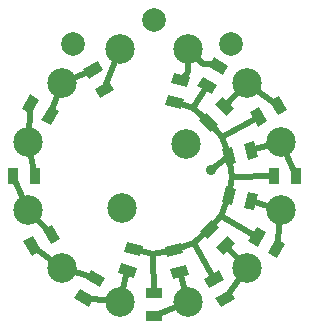
<source format=gbl>
%FSLAX46Y46*%
G04 Gerber Fmt 4.6, Leading zero omitted, Abs format (unit mm)*
G04 Created by KiCad (PCBNEW (2014-10-18 BZR 5203)-product) date 03/11/2014 16:13:10*
%MOMM*%
G01*
G04 APERTURE LIST*
%ADD10C,0.100000*%
%ADD11R,0.889000X1.397000*%
%ADD12R,1.397000X0.889000*%
%ADD13C,2.000000*%
%ADD14C,2.500000*%
%ADD15C,0.889000*%
%ADD16C,0.508000*%
G04 APERTURE END LIST*
D10*
G36*
X180306581Y-71275413D02*
X181516419Y-71973913D01*
X181071919Y-72743809D01*
X179862081Y-72045309D01*
X180306581Y-71275413D01*
X180306581Y-71275413D01*
G37*
G36*
X179354081Y-72925191D02*
X180563919Y-73623691D01*
X180119419Y-74393587D01*
X178909581Y-73695087D01*
X179354081Y-72925191D01*
X179354081Y-72925191D01*
G37*
G36*
X185772587Y-74515581D02*
X186471087Y-75725419D01*
X185701191Y-76169919D01*
X185002691Y-74960081D01*
X185772587Y-74515581D01*
X185772587Y-74515581D01*
G37*
G36*
X184122809Y-75468081D02*
X184821309Y-76677919D01*
X184051413Y-77122419D01*
X183352913Y-75912581D01*
X184122809Y-75468081D01*
X184122809Y-75468081D01*
G37*
D11*
X187261500Y-81280000D03*
X185356500Y-81280000D03*
D10*
G36*
X186344087Y-87025081D02*
X185645587Y-88234919D01*
X184875691Y-87790419D01*
X185574191Y-86580581D01*
X186344087Y-87025081D01*
X186344087Y-87025081D01*
G37*
G36*
X184694309Y-86072581D02*
X183995809Y-87282419D01*
X183225913Y-86837919D01*
X183924413Y-85628081D01*
X184694309Y-86072581D01*
X184694309Y-86072581D01*
G37*
G36*
X182087919Y-91729087D02*
X180878081Y-92427587D01*
X180433581Y-91657691D01*
X181643419Y-90959191D01*
X182087919Y-91729087D01*
X182087919Y-91729087D01*
G37*
G36*
X181135419Y-90079309D02*
X179925581Y-90777809D01*
X179481081Y-90007913D01*
X180690919Y-89309413D01*
X181135419Y-90079309D01*
X181135419Y-90079309D01*
G37*
D12*
X175260000Y-93154500D03*
X175260000Y-91249500D03*
D10*
G36*
X172914871Y-86861817D02*
X174264269Y-87223387D01*
X174034179Y-88082095D01*
X172684781Y-87720525D01*
X172914871Y-86861817D01*
X172914871Y-86861817D01*
G37*
G36*
X172421821Y-88701905D02*
X173771219Y-89063475D01*
X173541129Y-89922183D01*
X172191731Y-89560613D01*
X172421821Y-88701905D01*
X172421821Y-88701905D01*
G37*
G36*
X176915371Y-72574317D02*
X178264769Y-72935887D01*
X178034679Y-73794595D01*
X176685281Y-73433025D01*
X176915371Y-72574317D01*
X176915371Y-72574317D01*
G37*
G36*
X176422321Y-74414405D02*
X177771719Y-74775975D01*
X177541629Y-75634683D01*
X176192231Y-75273113D01*
X176422321Y-74414405D01*
X176422321Y-74414405D01*
G37*
G36*
X181024414Y-74591258D02*
X182012242Y-75579086D01*
X181383624Y-76207704D01*
X180395796Y-75219876D01*
X181024414Y-74591258D01*
X181024414Y-74591258D01*
G37*
G36*
X179677376Y-75938296D02*
X180665204Y-76926124D01*
X180036586Y-77554742D01*
X179048758Y-76566914D01*
X179677376Y-75938296D01*
X179677376Y-75938296D01*
G37*
G36*
X183667613Y-78338731D02*
X184029183Y-79688129D01*
X183170475Y-79918219D01*
X182808905Y-78568821D01*
X183667613Y-78338731D01*
X183667613Y-78338731D01*
G37*
G36*
X181827525Y-78831781D02*
X182189095Y-80181179D01*
X181330387Y-80411269D01*
X180968817Y-79061871D01*
X181827525Y-78831781D01*
X181827525Y-78831781D01*
G37*
G36*
X184029183Y-82871871D02*
X183667613Y-84221269D01*
X182808905Y-83991179D01*
X183170475Y-82641781D01*
X184029183Y-82871871D01*
X184029183Y-82871871D01*
G37*
G36*
X182189095Y-82378821D02*
X181827525Y-83728219D01*
X180968817Y-83498129D01*
X181330387Y-82148731D01*
X182189095Y-82378821D01*
X182189095Y-82378821D01*
G37*
G36*
X182075742Y-86980914D02*
X181087914Y-87968742D01*
X180459296Y-87340124D01*
X181447124Y-86352296D01*
X182075742Y-86980914D01*
X182075742Y-86980914D01*
G37*
G36*
X180728704Y-85633876D02*
X179740876Y-86621704D01*
X179112258Y-85993086D01*
X180100086Y-85005258D01*
X180728704Y-85633876D01*
X180728704Y-85633876D01*
G37*
G36*
X178201269Y-89687613D02*
X176851871Y-90049183D01*
X176621781Y-89190475D01*
X177971179Y-88828905D01*
X178201269Y-89687613D01*
X178201269Y-89687613D01*
G37*
G36*
X177708219Y-87847525D02*
X176358821Y-88209095D01*
X176128731Y-87350387D01*
X177478129Y-86988817D01*
X177708219Y-87847525D01*
X177708219Y-87847525D01*
G37*
G36*
X169705419Y-92364087D02*
X168495581Y-91665587D01*
X168940081Y-90895691D01*
X170149919Y-91594191D01*
X169705419Y-92364087D01*
X169705419Y-92364087D01*
G37*
G36*
X170657919Y-90714309D02*
X169448081Y-90015809D01*
X169892581Y-89245913D01*
X171102419Y-89944413D01*
X170657919Y-90714309D01*
X170657919Y-90714309D01*
G37*
G36*
X164874413Y-88044419D02*
X164175913Y-86834581D01*
X164945809Y-86390081D01*
X165644309Y-87599919D01*
X164874413Y-88044419D01*
X164874413Y-88044419D01*
G37*
G36*
X166524191Y-87091919D02*
X165825691Y-85882081D01*
X166595587Y-85437581D01*
X167294087Y-86647419D01*
X166524191Y-87091919D01*
X166524191Y-87091919D01*
G37*
D11*
X163258500Y-81280000D03*
X165163500Y-81280000D03*
D10*
G36*
X164048913Y-75598419D02*
X164747413Y-74388581D01*
X165517309Y-74833081D01*
X164818809Y-76042919D01*
X164048913Y-75598419D01*
X164048913Y-75598419D01*
G37*
G36*
X165698691Y-76550919D02*
X166397191Y-75341081D01*
X167167087Y-75785581D01*
X166468587Y-76995419D01*
X165698691Y-76550919D01*
X165698691Y-76550919D01*
G37*
G36*
X169257581Y-72291413D02*
X170467419Y-71592913D01*
X170911919Y-72362809D01*
X169702081Y-73061309D01*
X169257581Y-72291413D01*
X169257581Y-72291413D01*
G37*
G36*
X170210081Y-73941191D02*
X171419919Y-73242691D01*
X171864419Y-74012587D01*
X170654581Y-74711087D01*
X170210081Y-73941191D01*
X170210081Y-73941191D01*
G37*
D13*
X168402000Y-70104000D03*
X175260000Y-68072000D03*
X181737000Y-70104000D03*
D14*
X178132891Y-92001776D03*
X172387109Y-92001776D03*
X167411115Y-89128885D03*
X164538224Y-84152891D03*
X164538224Y-78407109D03*
X167411115Y-73431115D03*
X172387109Y-70558224D03*
X178132891Y-70558224D03*
X183108885Y-73431115D03*
X185981776Y-78407109D03*
X185981776Y-84152891D03*
X183108885Y-89128885D03*
X172550000Y-83980000D03*
X177972720Y-78567280D03*
D15*
X180086000Y-80772000D03*
D16*
X179382890Y-71808223D02*
X178132891Y-70558224D01*
X178132891Y-70558224D02*
X178132891Y-72526590D01*
X180689250Y-72009611D02*
X180434639Y-71755000D01*
X180434639Y-71755000D02*
X180340000Y-71755000D01*
X180340000Y-71755000D02*
X180286777Y-71808223D01*
X180286777Y-71808223D02*
X179382890Y-71808223D01*
X178132891Y-72526590D02*
X177919524Y-72739957D01*
X177919524Y-72739957D02*
X177475025Y-73184456D01*
X181578956Y-79621525D02*
X180086000Y-80772000D01*
X179736750Y-73659389D02*
X178551592Y-75539199D01*
X178551592Y-75539199D02*
X178551592Y-75539200D01*
X184087111Y-76295250D02*
X180995056Y-77978342D01*
X180995056Y-77978342D02*
X180995056Y-77978341D01*
X185356500Y-81280000D02*
X181862800Y-81417008D01*
X181862800Y-81417008D02*
X181862800Y-81417029D01*
X183960111Y-86455250D02*
X180925378Y-84655985D01*
X180925378Y-84655985D02*
X180925378Y-84655986D01*
X180308250Y-90043611D02*
X178638236Y-86986091D01*
X175260000Y-91249500D02*
X175118168Y-87916456D01*
X176981975Y-75024544D02*
X178551592Y-75539200D01*
X178551592Y-75539200D02*
X179856981Y-76746519D01*
X179856981Y-76746519D02*
X180995056Y-77978341D01*
X180995056Y-77978341D02*
X181578956Y-79621525D01*
X181578956Y-79621525D02*
X181862800Y-81417029D01*
X181862800Y-81417029D02*
X181578956Y-82938475D01*
X181578956Y-82938475D02*
X180925378Y-84655986D01*
X180925378Y-84655986D02*
X179920481Y-85813481D01*
X179920481Y-85813481D02*
X178638236Y-86986091D01*
X178638236Y-86986091D02*
X176918475Y-87598956D01*
X176918475Y-87598956D02*
X175118168Y-87916456D01*
X175118168Y-87916456D02*
X173474525Y-87471956D01*
X185736889Y-75342750D02*
X183108885Y-73431115D01*
X183108885Y-73431115D02*
X181204019Y-75399481D01*
X187261500Y-81280000D02*
X185981776Y-78407109D01*
X185981776Y-78407109D02*
X183419044Y-79128475D01*
X185981776Y-84152891D02*
X183419044Y-83431525D01*
X185609889Y-87407750D02*
X185981776Y-84152891D01*
X183108885Y-89128885D02*
X181267519Y-87160519D01*
X181260750Y-91693389D02*
X183108885Y-89128885D01*
X178132891Y-92001776D02*
X177411525Y-89439044D01*
X175260000Y-93154500D02*
X178132891Y-92001776D01*
X172387109Y-92001776D02*
X172981475Y-89312044D01*
X172387109Y-92001776D02*
X169322750Y-91629889D01*
X167411115Y-89128885D02*
X170275250Y-89980111D01*
X164910111Y-87217250D02*
X167411115Y-89128885D01*
X164538224Y-84152891D02*
X166559889Y-86264750D01*
X163258500Y-81280000D02*
X164538224Y-84152891D01*
X164538224Y-78407109D02*
X165163500Y-81280000D01*
X164783111Y-75215750D02*
X164538224Y-78407109D01*
X167411115Y-73431115D02*
X166432889Y-76168250D01*
X170084750Y-72327111D02*
X167411115Y-73431115D01*
X172387109Y-70558224D02*
X171037250Y-73976889D01*
M02*

</source>
